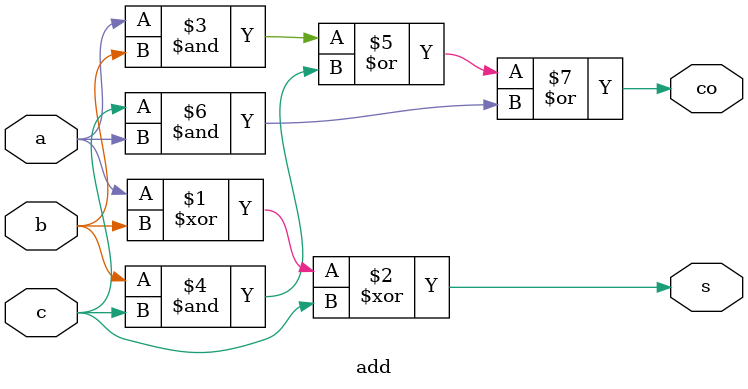
<source format=v>
module top_module( 
    input [99:0] a, b,
    input cin,
    output [99:0] cout,
    output [99:0] sum );
    genvar i;
    add a1(.a(a[0]),.b(b[0]),.s(sum[0]),.c(cin),.co(cout[0]));
    generate
        for( i=1 ; i<100 ; i=i+1) 
            begin:full_adder_block
            add fa(.a(a[i]),.b(b[i]),.s(sum[i]),.c(cout[i-1]),.co(cout[i]));
            end
     endgenerate

endmodule
module add(a,b,c,s,co);
                input a,b,c;
                output s,co;
                assign s = a^b^c;
                assign co = a&b|b&c|c&a;
            endmodule

</source>
